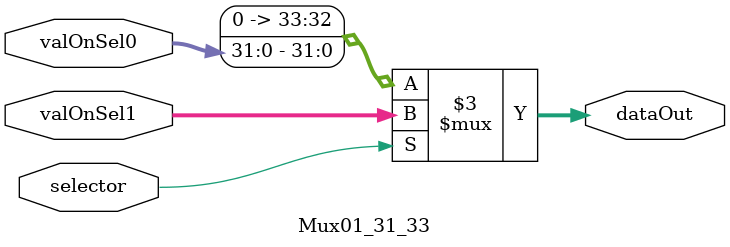
<source format=v>

`timescale 1ns/1ns
module Mux01_31_33 (
    input [31:0] valOnSel0, 
    input [33:0] valOnSel1, 
    input selector,
    output reg [33:0]dataOut
);

    always @(selector) begin
        dataOut <= selector == 1'b1 
                    ? valOnSel1
                    //Esta concatenación es unicamente para igualar a los bits de salida
                    : {2'b00,valOnSel0};
    end
endmodule //Mux01

</source>
